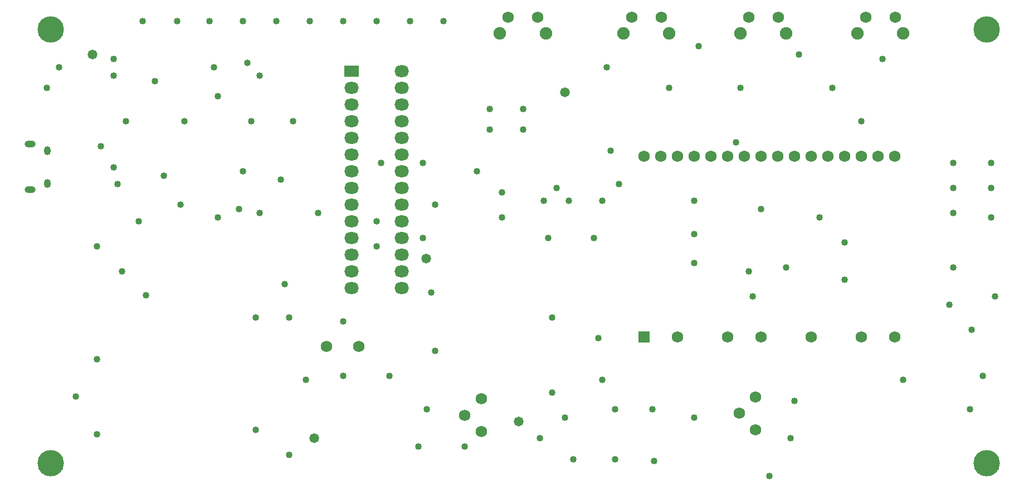
<source format=gbr>
%TF.GenerationSoftware,Altium Limited,CircuitMaker,2.0.2 (2.0.2.40)*%
G04 Layer_Color=8150272*
%FSLAX25Y25*%
%MOIN*%
%TF.SameCoordinates,264C472C-E0F2-4512-9315-FB6CEB45B93E*%
%TF.FilePolarity,Negative*%
%TF.FileFunction,Soldermask,Bot*%
%TF.Part,Single*%
G01*
G75*
%TA.AperFunction,ComponentPad*%
%ADD75C,0.06800*%
%ADD76R,0.06800X0.06800*%
%ADD77C,0.07493*%
%ADD78O,0.08674X0.07099*%
%ADD79R,0.08674X0.07099*%
G04:AMPARAMS|DCode=80|XSize=53.15mil|YSize=41.34mil|CornerRadius=20.67mil|HoleSize=0mil|Usage=FLASHONLY|Rotation=270.000|XOffset=0mil|YOffset=0mil|HoleType=Round|Shape=RoundedRectangle|*
%AMROUNDEDRECTD80*
21,1,0.05315,0.00000,0,0,270.0*
21,1,0.01181,0.04134,0,0,270.0*
1,1,0.04134,0.00000,-0.00591*
1,1,0.04134,0.00000,0.00591*
1,1,0.04134,0.00000,0.00591*
1,1,0.04134,0.00000,-0.00591*
%
%ADD80ROUNDEDRECTD80*%
G04:AMPARAMS|DCode=81|XSize=64.96mil|YSize=41.34mil|CornerRadius=20.67mil|HoleSize=0mil|Usage=FLASHONLY|Rotation=0.000|XOffset=0mil|YOffset=0mil|HoleType=Round|Shape=RoundedRectangle|*
%AMROUNDEDRECTD81*
21,1,0.06496,0.00000,0,0,0.0*
21,1,0.02362,0.04134,0,0,0.0*
1,1,0.04134,0.01181,0.00000*
1,1,0.04134,-0.01181,0.00000*
1,1,0.04134,-0.01181,0.00000*
1,1,0.04134,0.01181,0.00000*
%
%ADD81ROUNDEDRECTD81*%
%TA.AperFunction,ViaPad*%
%ADD82C,0.04000*%
%ADD83C,0.05800*%
%ADD84C,0.15800*%
D75*
X475000Y354134D02*
D03*
X485000D02*
D03*
X495000D02*
D03*
X505000D02*
D03*
X515000D02*
D03*
X525000D02*
D03*
X535000D02*
D03*
X545000D02*
D03*
X555000D02*
D03*
X565000D02*
D03*
X575000D02*
D03*
X585000D02*
D03*
X595000D02*
D03*
X605000D02*
D03*
X615000D02*
D03*
X625000D02*
D03*
X545000Y245866D02*
D03*
X495000D02*
D03*
X525000D02*
D03*
X575000D02*
D03*
X605000D02*
D03*
X625000D02*
D03*
X411358Y437500D02*
D03*
X393642D02*
D03*
X541791Y209850D02*
D03*
X531949Y200000D02*
D03*
X541791Y190164D02*
D03*
X377619Y189134D02*
D03*
X367776Y198970D02*
D03*
X377619Y208819D02*
D03*
X607500Y437500D02*
D03*
X625217D02*
D03*
X537500D02*
D03*
X555217D02*
D03*
X467500D02*
D03*
X485217D02*
D03*
X285000Y240000D02*
D03*
X304213D02*
D03*
D76*
X475000Y245866D02*
D03*
D77*
X416280Y427658D02*
D03*
X388720D02*
D03*
X602579Y427657D02*
D03*
X630138D02*
D03*
X532579D02*
D03*
X560138D02*
D03*
X462579D02*
D03*
X490138D02*
D03*
D78*
X330000Y275000D02*
D03*
Y285000D02*
D03*
Y295000D02*
D03*
Y305000D02*
D03*
Y315000D02*
D03*
Y325000D02*
D03*
Y335000D02*
D03*
Y345000D02*
D03*
Y355000D02*
D03*
Y365000D02*
D03*
Y375000D02*
D03*
Y385000D02*
D03*
Y395000D02*
D03*
Y405000D02*
D03*
X300000Y275000D02*
D03*
Y285000D02*
D03*
Y295000D02*
D03*
Y305000D02*
D03*
Y315000D02*
D03*
Y325000D02*
D03*
Y335000D02*
D03*
Y345000D02*
D03*
Y355000D02*
D03*
Y365000D02*
D03*
Y375000D02*
D03*
Y385000D02*
D03*
Y395000D02*
D03*
D79*
Y405000D02*
D03*
D80*
X118032Y357618D02*
D03*
Y337933D02*
D03*
D81*
X107500Y333996D02*
D03*
Y361555D02*
D03*
D82*
X450000Y220000D02*
D03*
X490000Y395000D02*
D03*
X617500Y412500D02*
D03*
X587500Y395000D02*
D03*
X532500D02*
D03*
X452500Y407500D02*
D03*
X505000Y290000D02*
D03*
Y307500D02*
D03*
Y327500D02*
D03*
X540000Y270000D02*
D03*
X545000Y322500D02*
D03*
X595000Y280000D02*
D03*
Y302500D02*
D03*
X420000Y212500D02*
D03*
Y257500D02*
D03*
X660000Y287500D02*
D03*
X685000Y270000D02*
D03*
X671004Y250077D02*
D03*
X657500Y265000D02*
D03*
X677500Y222500D02*
D03*
X670000Y202500D02*
D03*
X630000Y220000D02*
D03*
X565000Y207500D02*
D03*
X562500Y185000D02*
D03*
X550000Y162500D02*
D03*
X457500Y202500D02*
D03*
X480000D02*
D03*
X505000Y197500D02*
D03*
X427500D02*
D03*
X412500Y185000D02*
D03*
X457500Y172500D02*
D03*
X432500D02*
D03*
X367500Y180000D02*
D03*
X345000Y202500D02*
D03*
X340000Y180000D02*
D03*
X350000Y237500D02*
D03*
X390000Y332500D02*
D03*
X375000Y345000D02*
D03*
X402500Y382500D02*
D03*
X382500D02*
D03*
Y370000D02*
D03*
X402500D02*
D03*
X530000Y362500D02*
D03*
X455000Y357500D02*
D03*
X445000Y305000D02*
D03*
X417500D02*
D03*
X450000Y327500D02*
D03*
X460000Y337500D02*
D03*
X605000Y375000D02*
D03*
X682500Y317500D02*
D03*
X660000Y320000D02*
D03*
X682500Y335000D02*
D03*
Y350000D02*
D03*
X660000Y335000D02*
D03*
Y350000D02*
D03*
X567500Y415000D02*
D03*
X507500Y420000D02*
D03*
X342500Y305000D02*
D03*
X347500Y272500D02*
D03*
X350000Y325000D02*
D03*
X342500Y350000D02*
D03*
X317500D02*
D03*
X315000Y300000D02*
D03*
Y315000D02*
D03*
X322500Y222500D02*
D03*
X262500Y175000D02*
D03*
X242500Y190000D02*
D03*
X272500Y220000D02*
D03*
X295000Y222500D02*
D03*
Y255000D02*
D03*
X262500Y257500D02*
D03*
X242500D02*
D03*
X147500Y187500D02*
D03*
Y232500D02*
D03*
X135000Y210000D02*
D03*
X182268Y399013D02*
D03*
X200000Y375000D02*
D03*
X187500Y342500D02*
D03*
X160000Y337500D02*
D03*
X150000Y360000D02*
D03*
X157500Y412500D02*
D03*
X117500Y395000D02*
D03*
X125000Y407500D02*
D03*
X177081Y270904D02*
D03*
X162500Y285000D02*
D03*
X147500Y300000D02*
D03*
X172500Y315000D02*
D03*
X197500Y325000D02*
D03*
X232500Y322500D02*
D03*
X220000Y317500D02*
D03*
X280000Y320000D02*
D03*
X257500Y340000D02*
D03*
X235000Y345000D02*
D03*
X240000Y375000D02*
D03*
X265000D02*
D03*
X245000Y402500D02*
D03*
X220000Y390000D02*
D03*
X217500Y407500D02*
D03*
X355000Y435000D02*
D03*
X335000D02*
D03*
X315000D02*
D03*
X295000D02*
D03*
X275000D02*
D03*
X255000D02*
D03*
X235000D02*
D03*
X215000D02*
D03*
X195558D02*
D03*
X175000D02*
D03*
X537500Y285000D02*
D03*
X560000Y287500D02*
D03*
X580000Y317500D02*
D03*
X422500Y335000D02*
D03*
X415000Y327500D02*
D03*
X430000D02*
D03*
X390000Y317500D02*
D03*
X447500Y245000D02*
D03*
X480900Y171552D02*
D03*
X260000Y277500D02*
D03*
X245000Y320000D02*
D03*
X237500Y410000D02*
D03*
X157500Y402500D02*
D03*
Y347500D02*
D03*
X165000Y375000D02*
D03*
D83*
X344494Y292826D02*
D03*
X400000Y195000D02*
D03*
X427500Y392500D02*
D03*
X277500Y185000D02*
D03*
X145000Y415000D02*
D03*
D84*
X120000Y430000D02*
D03*
X680000Y170000D02*
D03*
Y430000D02*
D03*
X120000Y170000D02*
D03*
%TF.MD5,d2c7a8d69d6559cec97edeab66babac4*%
M02*

</source>
